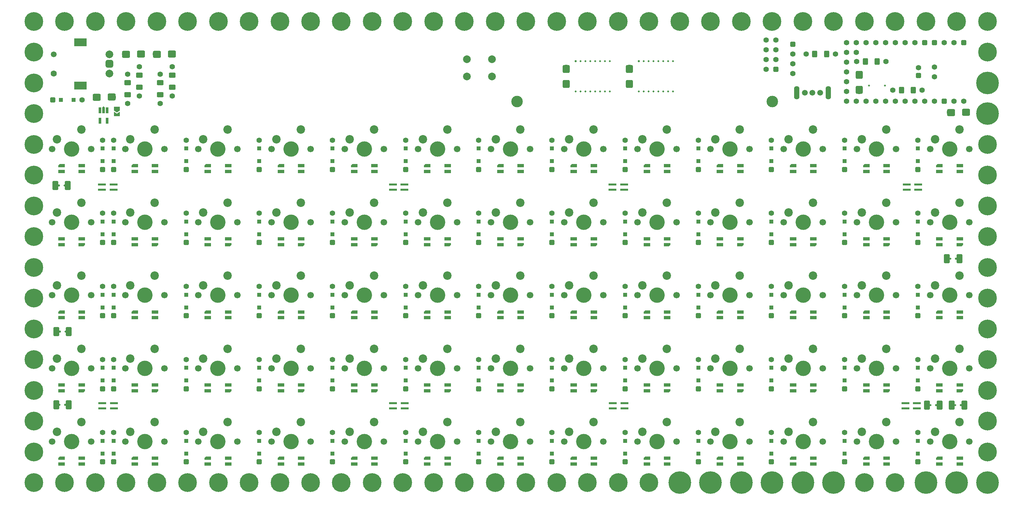
<source format=gbs>
G04 #@! TF.GenerationSoftware,KiCad,Pcbnew,9.0.2*
G04 #@! TF.CreationDate,2025-07-13T16:57:08+05:30*
G04 #@! TF.ProjectId,pcb,7063622e-6b69-4636-9164-5f7063625858,rev?*
G04 #@! TF.SameCoordinates,Original*
G04 #@! TF.FileFunction,Soldermask,Bot*
G04 #@! TF.FilePolarity,Negative*
%FSLAX46Y46*%
G04 Gerber Fmt 4.6, Leading zero omitted, Abs format (unit mm)*
G04 Created by KiCad (PCBNEW 9.0.2) date 2025-07-13 16:57:08*
%MOMM*%
%LPD*%
G01*
G04 APERTURE LIST*
G04 Aperture macros list*
%AMRoundRect*
0 Rectangle with rounded corners*
0 $1 Rounding radius*
0 $2 $3 $4 $5 $6 $7 $8 $9 X,Y pos of 4 corners*
0 Add a 4 corners polygon primitive as box body*
4,1,4,$2,$3,$4,$5,$6,$7,$8,$9,$2,$3,0*
0 Add four circle primitives for the rounded corners*
1,1,$1+$1,$2,$3*
1,1,$1+$1,$4,$5*
1,1,$1+$1,$6,$7*
1,1,$1+$1,$8,$9*
0 Add four rect primitives between the rounded corners*
20,1,$1+$1,$2,$3,$4,$5,0*
20,1,$1+$1,$4,$5,$6,$7,0*
20,1,$1+$1,$6,$7,$8,$9,0*
20,1,$1+$1,$8,$9,$2,$3,0*%
%AMOutline5P*
0 Free polygon, 5 corners , with rotation*
0 The origin of the aperture is its center*
0 number of corners: always 5*
0 $1 to $10 corner X, Y*
0 $11 Rotation angle, in degrees counterclockwise*
0 create outline with 5 corners*
4,1,5,$1,$2,$3,$4,$5,$6,$7,$8,$9,$10,$1,$2,$11*%
%AMOutline6P*
0 Free polygon, 6 corners , with rotation*
0 The origin of the aperture is its center*
0 number of corners: always 6*
0 $1 to $12 corner X, Y*
0 $13 Rotation angle, in degrees counterclockwise*
0 create outline with 6 corners*
4,1,6,$1,$2,$3,$4,$5,$6,$7,$8,$9,$10,$11,$12,$1,$2,$13*%
%AMOutline7P*
0 Free polygon, 7 corners , with rotation*
0 The origin of the aperture is its center*
0 number of corners: always 7*
0 $1 to $14 corner X, Y*
0 $15 Rotation angle, in degrees counterclockwise*
0 create outline with 7 corners*
4,1,7,$1,$2,$3,$4,$5,$6,$7,$8,$9,$10,$11,$12,$13,$14,$1,$2,$15*%
%AMOutline8P*
0 Free polygon, 8 corners , with rotation*
0 The origin of the aperture is its center*
0 number of corners: always 8*
0 $1 to $16 corner X, Y*
0 $17 Rotation angle, in degrees counterclockwise*
0 create outline with 8 corners*
4,1,8,$1,$2,$3,$4,$5,$6,$7,$8,$9,$10,$11,$12,$13,$14,$15,$16,$1,$2,$17*%
%AMFreePoly0*
4,1,6,1.000000,0.000000,0.500000,-0.750000,-0.500000,-0.750000,-0.500000,0.750000,0.500000,0.750000,1.000000,0.000000,1.000000,0.000000,$1*%
%AMFreePoly1*
4,1,6,0.500000,-0.750000,-0.650000,-0.750000,-0.150000,0.000000,-0.650000,0.750000,0.500000,0.750000,0.500000,-0.750000,0.500000,-0.750000,$1*%
G04 Aperture macros list end*
%ADD10C,1.700000*%
%ADD11C,4.000000*%
%ADD12C,2.200000*%
%ADD13R,3.200000X2.000000*%
%ADD14C,2.000000*%
%ADD15RoundRect,0.500000X0.500000X0.500000X-0.500000X0.500000X-0.500000X-0.500000X0.500000X-0.500000X0*%
%ADD16C,1.600000*%
%ADD17C,1.500000*%
%ADD18O,1.400000X3.500000*%
%ADD19C,0.500000*%
%ADD20RoundRect,0.125000X-0.125000X0.125000X-0.125000X-0.125000X0.125000X-0.125000X0.125000X0.125000X0*%
%ADD21C,4.875000*%
%ADD22C,5.875000*%
%ADD23C,1.397000*%
%ADD24RoundRect,0.349250X0.349250X-0.349250X0.349250X0.349250X-0.349250X0.349250X-0.349250X-0.349250X0*%
%ADD25RoundRect,0.349250X-0.349250X0.349250X-0.349250X-0.349250X0.349250X-0.349250X0.349250X0.349250X0*%
%ADD26C,3.000000*%
%ADD27RoundRect,0.349250X-0.349250X-0.349250X0.349250X-0.349250X0.349250X0.349250X-0.349250X0.349250X0*%
%ADD28RoundRect,0.347750X0.347750X-0.347750X0.347750X0.347750X-0.347750X0.347750X-0.347750X-0.347750X0*%
%ADD29RoundRect,0.250000X0.300000X-0.300000X0.300000X0.300000X-0.300000X0.300000X-0.300000X-0.300000X0*%
%ADD30C,1.391000*%
%ADD31RoundRect,0.347750X-0.347750X-0.347750X0.347750X-0.347750X0.347750X0.347750X-0.347750X0.347750X0*%
%ADD32RoundRect,0.250000X-0.300000X-0.300000X0.300000X-0.300000X0.300000X0.300000X-0.300000X0.300000X0*%
%ADD33R,1.670000X0.820000*%
%ADD34RoundRect,0.125000X-0.125000X-0.125000X0.125000X-0.125000X0.125000X0.125000X-0.125000X0.125000X0*%
%ADD35Outline5P,-0.835000X0.410000X0.835000X0.410000X0.835000X-0.082000X0.507000X-0.410000X-0.835000X-0.410000X0.000000*%
%ADD36RoundRect,0.250001X0.499999X0.924999X-0.499999X0.924999X-0.499999X-0.924999X0.499999X-0.924999X0*%
%ADD37RoundRect,0.125000X0.125000X0.125000X-0.125000X0.125000X-0.125000X-0.125000X0.125000X-0.125000X0*%
%ADD38RoundRect,0.250000X-0.250000X-0.250000X0.250000X-0.250000X0.250000X0.250000X-0.250000X0.250000X0*%
%ADD39RoundRect,0.339622X-0.710378X-0.560378X0.710378X-0.560378X0.710378X0.560378X-0.710378X0.560378X0*%
%ADD40C,1.000000*%
%ADD41Outline5P,-0.835000X0.410000X0.835000X0.410000X0.835000X-0.082000X0.507000X-0.410000X-0.835000X-0.410000X180.000000*%
%ADD42R,2.000000X0.600000*%
%ADD43R,0.650000X1.560000*%
%ADD44RoundRect,0.250001X-0.499999X-0.924999X0.499999X-0.924999X0.499999X0.924999X-0.499999X0.924999X0*%
%ADD45RoundRect,0.250000X0.625000X-0.400000X0.625000X0.400000X-0.625000X0.400000X-0.625000X-0.400000X0*%
%ADD46FreePoly0,270.000000*%
%ADD47FreePoly1,270.000000*%
%ADD48RoundRect,0.250000X-0.400000X-0.625000X0.400000X-0.625000X0.400000X0.625000X-0.400000X0.625000X0*%
%ADD49RoundRect,0.250000X-0.250000X0.250000X-0.250000X-0.250000X0.250000X-0.250000X0.250000X0.250000X0*%
%ADD50RoundRect,0.339622X-0.560378X0.710378X-0.560378X-0.710378X0.560378X-0.710378X0.560378X0.710378X0*%
%ADD51RoundRect,0.250000X0.250000X-0.250000X0.250000X0.250000X-0.250000X0.250000X-0.250000X-0.250000X0*%
%ADD52RoundRect,0.339622X0.560378X-0.710378X0.560378X0.710378X-0.560378X0.710378X-0.560378X-0.710378X0*%
%ADD53RoundRect,0.250000X0.250000X0.250000X-0.250000X0.250000X-0.250000X-0.250000X0.250000X-0.250000X0*%
%ADD54RoundRect,0.339622X0.710378X0.560378X-0.710378X0.560378X-0.710378X-0.560378X0.710378X-0.560378X0*%
G04 APERTURE END LIST*
D10*
X46045000Y-67080000D03*
D11*
X51125000Y-67080000D03*
D10*
X56205000Y-67080000D03*
D12*
X53665000Y-62000000D03*
X47315000Y-64540000D03*
D10*
X46045000Y-86105000D03*
D11*
X51125000Y-86105000D03*
D10*
X56205000Y-86105000D03*
D12*
X53665000Y-81025000D03*
X47315000Y-83565000D03*
D10*
X46045000Y-105130000D03*
D11*
X51125000Y-105130000D03*
D10*
X56205000Y-105130000D03*
D12*
X53665000Y-100050000D03*
X47315000Y-102590000D03*
D10*
X46045000Y-124155000D03*
D11*
X51125000Y-124155000D03*
D10*
X56205000Y-124155000D03*
D12*
X53665000Y-119075000D03*
X47315000Y-121615000D03*
D10*
X46045000Y-143180000D03*
D11*
X51125000Y-143180000D03*
D10*
X56205000Y-143180000D03*
D12*
X53665000Y-138100000D03*
X47315000Y-140640000D03*
D10*
X65070000Y-67080000D03*
D11*
X70150000Y-67080000D03*
D10*
X75230000Y-67080000D03*
D12*
X72690000Y-62000000D03*
X66340000Y-64540000D03*
D10*
X65070000Y-86105000D03*
D11*
X70150000Y-86105000D03*
D10*
X75230000Y-86105000D03*
D12*
X72690000Y-81025000D03*
X66340000Y-83565000D03*
D10*
X65070000Y-105130000D03*
D11*
X70150000Y-105130000D03*
D10*
X75230000Y-105130000D03*
D12*
X72690000Y-100050000D03*
X66340000Y-102590000D03*
D10*
X65070000Y-124155000D03*
D11*
X70150000Y-124155000D03*
D10*
X75230000Y-124155000D03*
D12*
X72690000Y-119075000D03*
X66340000Y-121615000D03*
D10*
X65070000Y-143180000D03*
D11*
X70150000Y-143180000D03*
D10*
X75230000Y-143180000D03*
D12*
X72690000Y-138100000D03*
X66340000Y-140640000D03*
D10*
X84095000Y-67080000D03*
D11*
X89175000Y-67080000D03*
D10*
X94255000Y-67080000D03*
D12*
X91715000Y-62000000D03*
X85365000Y-64540000D03*
D10*
X84095000Y-105130000D03*
D11*
X89175000Y-105130000D03*
D10*
X94255000Y-105130000D03*
D12*
X91715000Y-100050000D03*
X85365000Y-102590000D03*
D10*
X84095000Y-124155000D03*
D11*
X89175000Y-124155000D03*
D10*
X94255000Y-124155000D03*
D12*
X91715000Y-119075000D03*
X85365000Y-121615000D03*
D10*
X84095000Y-143180000D03*
D11*
X89175000Y-143180000D03*
D10*
X94255000Y-143180000D03*
D12*
X91715000Y-138100000D03*
X85365000Y-140640000D03*
D10*
X103120000Y-67080000D03*
D11*
X108200000Y-67080000D03*
D10*
X113280000Y-67080000D03*
D12*
X110740000Y-62000000D03*
X104390000Y-64540000D03*
D10*
X103120000Y-86105000D03*
D11*
X108200000Y-86105000D03*
D10*
X113280000Y-86105000D03*
D12*
X110740000Y-81025000D03*
X104390000Y-83565000D03*
D10*
X103120000Y-105130000D03*
D11*
X108200000Y-105130000D03*
D10*
X113280000Y-105130000D03*
D12*
X110740000Y-100050000D03*
X104390000Y-102590000D03*
D10*
X103120000Y-124155000D03*
D11*
X108200000Y-124155000D03*
D10*
X113280000Y-124155000D03*
D12*
X110740000Y-119075000D03*
X104390000Y-121615000D03*
D10*
X103120000Y-143180000D03*
D11*
X108200000Y-143180000D03*
D10*
X113280000Y-143180000D03*
D12*
X110740000Y-138100000D03*
X104390000Y-140640000D03*
D10*
X122145000Y-67080000D03*
D11*
X127225000Y-67080000D03*
D10*
X132305000Y-67080000D03*
D12*
X129765000Y-62000000D03*
X123415000Y-64540000D03*
D10*
X122145000Y-86105000D03*
D11*
X127225000Y-86105000D03*
D10*
X132305000Y-86105000D03*
D12*
X129765000Y-81025000D03*
X123415000Y-83565000D03*
D10*
X122145000Y-105130000D03*
D11*
X127225000Y-105130000D03*
D10*
X132305000Y-105130000D03*
D12*
X129765000Y-100050000D03*
X123415000Y-102590000D03*
D10*
X122145000Y-124155000D03*
D11*
X127225000Y-124155000D03*
D10*
X132305000Y-124155000D03*
D12*
X129765000Y-119075000D03*
X123415000Y-121615000D03*
D10*
X122145000Y-143180000D03*
D11*
X127225000Y-143180000D03*
D10*
X132305000Y-143180000D03*
D12*
X129765000Y-138100000D03*
X123415000Y-140640000D03*
D10*
X141170000Y-67080000D03*
D11*
X146250000Y-67080000D03*
D10*
X151330000Y-67080000D03*
D12*
X148790000Y-62000000D03*
X142440000Y-64540000D03*
D10*
X141170000Y-86105000D03*
D11*
X146250000Y-86105000D03*
D10*
X151330000Y-86105000D03*
D12*
X148790000Y-81025000D03*
X142440000Y-83565000D03*
D10*
X141170000Y-105130000D03*
D11*
X146250000Y-105130000D03*
D10*
X151330000Y-105130000D03*
D12*
X148790000Y-100050000D03*
X142440000Y-102590000D03*
D10*
X141170000Y-124155000D03*
D11*
X146250000Y-124155000D03*
D10*
X151330000Y-124155000D03*
D12*
X148790000Y-119075000D03*
X142440000Y-121615000D03*
D10*
X141170000Y-143180000D03*
D11*
X146250000Y-143180000D03*
D10*
X151330000Y-143180000D03*
D12*
X148790000Y-138100000D03*
X142440000Y-140640000D03*
D10*
X160195000Y-67080000D03*
D11*
X165275000Y-67080000D03*
D10*
X170355000Y-67080000D03*
D12*
X167815000Y-62000000D03*
X161465000Y-64540000D03*
D10*
X160195000Y-86105000D03*
D11*
X165275000Y-86105000D03*
D10*
X170355000Y-86105000D03*
D12*
X167815000Y-81025000D03*
X161465000Y-83565000D03*
D10*
X160195000Y-105130000D03*
D11*
X165275000Y-105130000D03*
D10*
X170355000Y-105130000D03*
D12*
X167815000Y-100050000D03*
X161465000Y-102590000D03*
D10*
X160195000Y-124155000D03*
D11*
X165275000Y-124155000D03*
D10*
X170355000Y-124155000D03*
D12*
X167815000Y-119075000D03*
X161465000Y-121615000D03*
D10*
X160195000Y-143180000D03*
D11*
X165275000Y-143180000D03*
D10*
X170355000Y-143180000D03*
D12*
X167815000Y-138100000D03*
X161465000Y-140640000D03*
D10*
X179220000Y-67080000D03*
D11*
X184300000Y-67080000D03*
D10*
X189380000Y-67080000D03*
D12*
X186840000Y-62000000D03*
X180490000Y-64540000D03*
D10*
X179220000Y-86105000D03*
D11*
X184300000Y-86105000D03*
D10*
X189380000Y-86105000D03*
D12*
X186840000Y-81025000D03*
X180490000Y-83565000D03*
D10*
X179220000Y-105130000D03*
D11*
X184300000Y-105130000D03*
D10*
X189380000Y-105130000D03*
D12*
X186840000Y-100050000D03*
X180490000Y-102590000D03*
D10*
X179220000Y-124155000D03*
D11*
X184300000Y-124155000D03*
D10*
X189380000Y-124155000D03*
D12*
X186840000Y-119075000D03*
X180490000Y-121615000D03*
D10*
X179220000Y-143180000D03*
D11*
X184300000Y-143180000D03*
D10*
X189380000Y-143180000D03*
D12*
X186840000Y-138100000D03*
X180490000Y-140640000D03*
D10*
X198245000Y-67080000D03*
D11*
X203325000Y-67080000D03*
D10*
X208405000Y-67080000D03*
D12*
X205865000Y-62000000D03*
X199515000Y-64540000D03*
D10*
X198245000Y-86105000D03*
D11*
X203325000Y-86105000D03*
D10*
X208405000Y-86105000D03*
D12*
X205865000Y-81025000D03*
X199515000Y-83565000D03*
D10*
X198245000Y-105130000D03*
D11*
X203325000Y-105130000D03*
D10*
X208405000Y-105130000D03*
D12*
X205865000Y-100050000D03*
X199515000Y-102590000D03*
D10*
X198245000Y-124155000D03*
D11*
X203325000Y-124155000D03*
D10*
X208405000Y-124155000D03*
D12*
X205865000Y-119075000D03*
X199515000Y-121615000D03*
D10*
X198245000Y-143180000D03*
D11*
X203325000Y-143180000D03*
D10*
X208405000Y-143180000D03*
D12*
X205865000Y-138100000D03*
X199515000Y-140640000D03*
D10*
X217270000Y-67080000D03*
D11*
X222350000Y-67080000D03*
D10*
X227430000Y-67080000D03*
D12*
X224890000Y-62000000D03*
X218540000Y-64540000D03*
D10*
X217270000Y-86105000D03*
D11*
X222350000Y-86105000D03*
D10*
X227430000Y-86105000D03*
D12*
X224890000Y-81025000D03*
X218540000Y-83565000D03*
D10*
X217270000Y-105130000D03*
D11*
X222350000Y-105130000D03*
D10*
X227430000Y-105130000D03*
D12*
X224890000Y-100050000D03*
X218540000Y-102590000D03*
D10*
X217270000Y-124155000D03*
D11*
X222350000Y-124155000D03*
D10*
X227430000Y-124155000D03*
D12*
X224890000Y-119075000D03*
X218540000Y-121615000D03*
D10*
X217270000Y-143180000D03*
D11*
X222350000Y-143180000D03*
D10*
X227430000Y-143180000D03*
D12*
X224890000Y-138100000D03*
X218540000Y-140640000D03*
D10*
X236295000Y-67080000D03*
D11*
X241375000Y-67080000D03*
D10*
X246455000Y-67080000D03*
D12*
X243915000Y-62000000D03*
X237565000Y-64540000D03*
D10*
X236295000Y-86105000D03*
D11*
X241375000Y-86105000D03*
D10*
X246455000Y-86105000D03*
D12*
X243915000Y-81025000D03*
X237565000Y-83565000D03*
D10*
X236295000Y-105130000D03*
D11*
X241375000Y-105130000D03*
D10*
X246455000Y-105130000D03*
D12*
X243915000Y-100050000D03*
X237565000Y-102590000D03*
D10*
X236295000Y-124155000D03*
D11*
X241375000Y-124155000D03*
D10*
X246455000Y-124155000D03*
D12*
X243915000Y-119075000D03*
X237565000Y-121615000D03*
D10*
X236295000Y-143180000D03*
D11*
X241375000Y-143180000D03*
D10*
X246455000Y-143180000D03*
D12*
X243915000Y-138100000D03*
X237565000Y-140640000D03*
D10*
X255320000Y-67080000D03*
D11*
X260400000Y-67080000D03*
D10*
X265480000Y-67080000D03*
D12*
X262940000Y-62000000D03*
X256590000Y-64540000D03*
D10*
X255320000Y-86105000D03*
D11*
X260400000Y-86105000D03*
D10*
X265480000Y-86105000D03*
D12*
X262940000Y-81025000D03*
X256590000Y-83565000D03*
D10*
X255320000Y-105130000D03*
D11*
X260400000Y-105130000D03*
D10*
X265480000Y-105130000D03*
D12*
X262940000Y-100050000D03*
X256590000Y-102590000D03*
D10*
X255320000Y-124155000D03*
D11*
X260400000Y-124155000D03*
D10*
X265480000Y-124155000D03*
D12*
X262940000Y-119075000D03*
X256590000Y-121615000D03*
D10*
X255320000Y-143180000D03*
D11*
X260400000Y-143180000D03*
D10*
X265480000Y-143180000D03*
D12*
X262940000Y-138100000D03*
X256590000Y-140640000D03*
D10*
X27020000Y-86105000D03*
D11*
X32100000Y-86105000D03*
D10*
X37180000Y-86105000D03*
D12*
X34640000Y-81025000D03*
X28290000Y-83565000D03*
D10*
X27020000Y-105130000D03*
D11*
X32100000Y-105130000D03*
D10*
X37180000Y-105130000D03*
D12*
X34640000Y-100050000D03*
X28290000Y-102590000D03*
D10*
X27020000Y-124155000D03*
D11*
X32100000Y-124155000D03*
D10*
X37180000Y-124155000D03*
D12*
X34640000Y-119075000D03*
X28290000Y-121615000D03*
D10*
X27020000Y-143180000D03*
D11*
X32100000Y-143180000D03*
D10*
X37180000Y-143180000D03*
D12*
X34640000Y-138100000D03*
X28290000Y-140640000D03*
D13*
X34410000Y-50542000D03*
X34410000Y-39342000D03*
D14*
X41910000Y-47442000D03*
X41910000Y-42442000D03*
D15*
X41910000Y-44942000D03*
D16*
X27410000Y-47442000D03*
D17*
X27410000Y-42442000D03*
D10*
X27020000Y-67080000D03*
D11*
X32100000Y-67080000D03*
D10*
X37180000Y-67080000D03*
D12*
X34640000Y-62000000D03*
X28290000Y-64540000D03*
D14*
X141360000Y-48180000D03*
X134860000Y-48180000D03*
X141360000Y-43680000D03*
X134860000Y-43680000D03*
D18*
X228852500Y-52450000D03*
X220652500Y-52450000D03*
D17*
X226752500Y-52450000D03*
X224752500Y-52450000D03*
X222752500Y-52450000D03*
D19*
X188508690Y-44265000D03*
X187228690Y-44265000D03*
X185968690Y-44265000D03*
X184698690Y-44265000D03*
X183418690Y-44265000D03*
X182148690Y-44265000D03*
X180888690Y-44265000D03*
D20*
X179608690Y-44265000D03*
D19*
X179608690Y-52065000D03*
X180888690Y-52065000D03*
X182148690Y-52065000D03*
X183418690Y-52065000D03*
X184698690Y-52065000D03*
X185968690Y-52065000D03*
X187228690Y-52065000D03*
X188508690Y-52065000D03*
D21*
X22240000Y-33890000D03*
X22240000Y-41890000D03*
X22240000Y-49890000D03*
X22240000Y-57890000D03*
X22240000Y-65890000D03*
X22240000Y-73890000D03*
X22240000Y-81890000D03*
X22240000Y-89890000D03*
X22240000Y-97890000D03*
X22240000Y-105890000D03*
X22240000Y-113890000D03*
X22240000Y-121890000D03*
X22240000Y-129890000D03*
X22240000Y-137890000D03*
X22240000Y-145890000D03*
X22240000Y-153890000D03*
X30240000Y-33890000D03*
X30240000Y-153890000D03*
X38240000Y-33890000D03*
X38240000Y-153890000D03*
X46240000Y-33890000D03*
X46240000Y-153890000D03*
X54240000Y-33890000D03*
X54240000Y-153890000D03*
X62240000Y-33890000D03*
X62240000Y-153890000D03*
X70240000Y-33890000D03*
X70240000Y-153890000D03*
X78240000Y-33890000D03*
X78240000Y-153890000D03*
X86240000Y-33890000D03*
X86240000Y-153890000D03*
X94240000Y-33890000D03*
X94240000Y-153890000D03*
X102240000Y-33890000D03*
X102240000Y-153890000D03*
X110240000Y-33890000D03*
X110240000Y-153890000D03*
X118240000Y-33890000D03*
X118240000Y-153890000D03*
X126240000Y-33890000D03*
X126240000Y-153890000D03*
X134240000Y-33890000D03*
X134240000Y-153890000D03*
X142240000Y-33890000D03*
X142240000Y-153890000D03*
X150240000Y-33890000D03*
X150240000Y-153890000D03*
X158240000Y-33890000D03*
X158240000Y-153890000D03*
X166240000Y-33890000D03*
X166240000Y-153890000D03*
X174240000Y-33890000D03*
X174240000Y-153890000D03*
X182240000Y-33890000D03*
X182240000Y-153890000D03*
X190240000Y-33890000D03*
D22*
X190240000Y-153890000D03*
D21*
X198240000Y-33890000D03*
D22*
X198240000Y-153890000D03*
D21*
X206240000Y-33890000D03*
D22*
X206240000Y-153890000D03*
D21*
X214240000Y-33890000D03*
D22*
X214240000Y-153890000D03*
D21*
X222240000Y-33890000D03*
D22*
X222240000Y-153890000D03*
D21*
X230240000Y-33890000D03*
D22*
X230240000Y-153890000D03*
D21*
X238240000Y-33890000D03*
X238240000Y-153890000D03*
X246240000Y-33890000D03*
X246240000Y-153890000D03*
X254240000Y-33890000D03*
D22*
X254240000Y-153890000D03*
D21*
X262240000Y-33890000D03*
D22*
X262240000Y-153890000D03*
D21*
X270240000Y-33890000D03*
X270240000Y-41890000D03*
D22*
X270240000Y-49890000D03*
X270240000Y-57890000D03*
D21*
X270240000Y-65890000D03*
X270240000Y-73890000D03*
X270240000Y-81890000D03*
X270240000Y-89890000D03*
X270240000Y-97890000D03*
X270240000Y-105890000D03*
X270240000Y-113890000D03*
X270240000Y-121890000D03*
X270240000Y-129890000D03*
X270240000Y-137890000D03*
X270240000Y-145890000D03*
D22*
X270240000Y-153890000D03*
D19*
X172045000Y-44265000D03*
X170765000Y-44265000D03*
X169505000Y-44265000D03*
X168235000Y-44265000D03*
X166955000Y-44265000D03*
X165685000Y-44265000D03*
X164425000Y-44265000D03*
D20*
X163145000Y-44265000D03*
D19*
X163145000Y-52065000D03*
X164425000Y-52065000D03*
X165685000Y-52065000D03*
X166955000Y-52065000D03*
X168235000Y-52065000D03*
X169505000Y-52065000D03*
X170765000Y-52065000D03*
X172045000Y-52065000D03*
D23*
X219630000Y-47410000D03*
X219630000Y-44870000D03*
X219630000Y-42330000D03*
D24*
X219630000Y-39790000D03*
D23*
X261510000Y-39360000D03*
X258970000Y-39360000D03*
D25*
X256430000Y-39360000D03*
X253890000Y-39360000D03*
D23*
X251350000Y-39360000D03*
X248810000Y-39360000D03*
X246270000Y-39360000D03*
X243730000Y-39360000D03*
X241190000Y-39360000D03*
X238650000Y-39360000D03*
X236110000Y-39360000D03*
X233570000Y-39360000D03*
X261510000Y-54600000D03*
D25*
X258970000Y-54600000D03*
D23*
X256430000Y-54600000D03*
X253890000Y-54600000D03*
X251350000Y-54600000D03*
X248810000Y-54600000D03*
X246270000Y-54600000D03*
X243730000Y-54600000D03*
X241190000Y-54600000D03*
X238650000Y-54600000D03*
X236110000Y-54600000D03*
X233570000Y-54600000D03*
X233570000Y-41900000D03*
X233570000Y-44440000D03*
X233570000Y-46980000D03*
X233570000Y-49520000D03*
X233570000Y-52060000D03*
X264050000Y-54600000D03*
D25*
X264050000Y-39360000D03*
D23*
X256430000Y-45710000D03*
X256430000Y-48250000D03*
X236110000Y-41900000D03*
D19*
X239437500Y-50610000D03*
X243557500Y-50610000D03*
D26*
X147920000Y-54740000D03*
X214320000Y-54740000D03*
D23*
X215190000Y-38730000D03*
X212650000Y-38730000D03*
X215190000Y-41270000D03*
X212650000Y-41270000D03*
X215190000Y-43810000D03*
X212650000Y-43810000D03*
D27*
X215190000Y-46350000D03*
D23*
X212650000Y-46350000D03*
D10*
X84095000Y-86105000D03*
D11*
X89175000Y-86105000D03*
D10*
X94255000Y-86105000D03*
D12*
X91715000Y-81025000D03*
X85365000Y-83565000D03*
D23*
X252320000Y-45920000D03*
D25*
X252320000Y-47920000D03*
D28*
X40160500Y-72390000D03*
D29*
X40160500Y-70230000D03*
X40160500Y-66930000D03*
D30*
X40160500Y-64770000D03*
D28*
X43035500Y-91415000D03*
D29*
X43035500Y-89255000D03*
X43035500Y-85955000D03*
D30*
X43035500Y-83795000D03*
D28*
X43035500Y-110440000D03*
D29*
X43035500Y-108280000D03*
X43035500Y-104980000D03*
D30*
X43035500Y-102820000D03*
D28*
X43035500Y-129465000D03*
D29*
X43035500Y-127305000D03*
X43035500Y-124005000D03*
D30*
X43035500Y-121845000D03*
D28*
X43035500Y-148490000D03*
D29*
X43035500Y-146330000D03*
X43035500Y-143030000D03*
D30*
X43035500Y-140870000D03*
D28*
X43035500Y-72390000D03*
D29*
X43035500Y-70230000D03*
X43035500Y-66930000D03*
D30*
X43035500Y-64770000D03*
D28*
X61860500Y-91415000D03*
D29*
X61860500Y-89255000D03*
X61860500Y-85955000D03*
D30*
X61860500Y-83795000D03*
D28*
X61860500Y-110440000D03*
D29*
X61860500Y-108280000D03*
X61860500Y-104980000D03*
D30*
X61860500Y-102820000D03*
D28*
X61860500Y-129465000D03*
D29*
X61860500Y-127305000D03*
X61860500Y-124005000D03*
D30*
X61860500Y-121845000D03*
D28*
X61860500Y-148490000D03*
D29*
X61860500Y-146330000D03*
X61860500Y-143030000D03*
D30*
X61860500Y-140870000D03*
D28*
X61860500Y-72390000D03*
D29*
X61860500Y-70230000D03*
X61860500Y-66930000D03*
D30*
X61860500Y-64770000D03*
D28*
X80885500Y-91415000D03*
D29*
X80885500Y-89255000D03*
X80885500Y-85955000D03*
D30*
X80885500Y-83795000D03*
D28*
X80885500Y-110440000D03*
D29*
X80885500Y-108280000D03*
X80885500Y-104980000D03*
D30*
X80885500Y-102820000D03*
D28*
X80885500Y-129465000D03*
D29*
X80885500Y-127305000D03*
X80885500Y-124005000D03*
D30*
X80885500Y-121845000D03*
D28*
X80885500Y-148490000D03*
D29*
X80885500Y-146330000D03*
X80885500Y-143030000D03*
D30*
X80885500Y-140870000D03*
D28*
X80885500Y-72390000D03*
D29*
X80885500Y-70230000D03*
X80885500Y-66930000D03*
D30*
X80885500Y-64770000D03*
D28*
X99910500Y-91415000D03*
D29*
X99910500Y-89255000D03*
X99910500Y-85955000D03*
D30*
X99910500Y-83795000D03*
D28*
X99910500Y-110440000D03*
D29*
X99910500Y-108280000D03*
X99910500Y-104980000D03*
D30*
X99910500Y-102820000D03*
D28*
X99910500Y-129465000D03*
D29*
X99910500Y-127305000D03*
X99910500Y-124005000D03*
D30*
X99910500Y-121845000D03*
D28*
X99910500Y-148490000D03*
D29*
X99910500Y-146330000D03*
X99910500Y-143030000D03*
D30*
X99910500Y-140870000D03*
D28*
X99910500Y-72390000D03*
D29*
X99910500Y-70230000D03*
X99910500Y-66930000D03*
D30*
X99910500Y-64770000D03*
D28*
X118935500Y-91415000D03*
D29*
X118935500Y-89255000D03*
X118935500Y-85955000D03*
D30*
X118935500Y-83795000D03*
D28*
X118935500Y-110440000D03*
D29*
X118935500Y-108280000D03*
X118935500Y-104980000D03*
D30*
X118935500Y-102820000D03*
D28*
X118935500Y-129465000D03*
D29*
X118935500Y-127305000D03*
X118935500Y-124005000D03*
D30*
X118935500Y-121845000D03*
D28*
X118935500Y-148490000D03*
D29*
X118935500Y-146330000D03*
X118935500Y-143030000D03*
D30*
X118935500Y-140870000D03*
D28*
X118935500Y-72390000D03*
D29*
X118935500Y-70230000D03*
X118935500Y-66930000D03*
D30*
X118935500Y-64770000D03*
D28*
X137960500Y-91415000D03*
D29*
X137960500Y-89255000D03*
X137960500Y-85955000D03*
D30*
X137960500Y-83795000D03*
D28*
X137960500Y-110440000D03*
D29*
X137960500Y-108280000D03*
X137960500Y-104980000D03*
D30*
X137960500Y-102820000D03*
D28*
X137960500Y-129465000D03*
D29*
X137960500Y-127305000D03*
X137960500Y-124005000D03*
D30*
X137960500Y-121845000D03*
D28*
X137960500Y-148490000D03*
D29*
X137960500Y-146330000D03*
X137960500Y-143030000D03*
D30*
X137960500Y-140870000D03*
D28*
X137960500Y-72390000D03*
D29*
X137960500Y-70230000D03*
X137960500Y-66930000D03*
D30*
X137960500Y-64770000D03*
D28*
X156985500Y-91415000D03*
D29*
X156985500Y-89255000D03*
X156985500Y-85955000D03*
D30*
X156985500Y-83795000D03*
D28*
X156985500Y-110440000D03*
D29*
X156985500Y-108280000D03*
X156985500Y-104980000D03*
D30*
X156985500Y-102820000D03*
D28*
X156985500Y-129465000D03*
D29*
X156985500Y-127305000D03*
X156985500Y-124005000D03*
D30*
X156985500Y-121845000D03*
D28*
X156985500Y-148490000D03*
D29*
X156985500Y-146330000D03*
X156985500Y-143030000D03*
D30*
X156985500Y-140870000D03*
D28*
X156985500Y-72390000D03*
D29*
X156985500Y-70230000D03*
X156985500Y-66930000D03*
D30*
X156985500Y-64770000D03*
D28*
X176010500Y-91415000D03*
D29*
X176010500Y-89255000D03*
X176010500Y-85955000D03*
D30*
X176010500Y-83795000D03*
D28*
X176010500Y-110440000D03*
D29*
X176010500Y-108280000D03*
X176010500Y-104980000D03*
D30*
X176010500Y-102820000D03*
D28*
X176010500Y-129465000D03*
D29*
X176010500Y-127305000D03*
X176010500Y-124005000D03*
D30*
X176010500Y-121845000D03*
D28*
X176010500Y-148490000D03*
D29*
X176010500Y-146330000D03*
X176010500Y-143030000D03*
D30*
X176010500Y-140870000D03*
D28*
X176010500Y-72390000D03*
D29*
X176010500Y-70230000D03*
X176010500Y-66930000D03*
D30*
X176010500Y-64770000D03*
D28*
X195035500Y-91415000D03*
D29*
X195035500Y-89255000D03*
X195035500Y-85955000D03*
D30*
X195035500Y-83795000D03*
D28*
X195035500Y-110440000D03*
D29*
X195035500Y-108280000D03*
X195035500Y-104980000D03*
D30*
X195035500Y-102820000D03*
D28*
X195035500Y-129465000D03*
D29*
X195035500Y-127305000D03*
X195035500Y-124005000D03*
D30*
X195035500Y-121845000D03*
D28*
X195035500Y-148490000D03*
D29*
X195035500Y-146330000D03*
X195035500Y-143030000D03*
D30*
X195035500Y-140870000D03*
D28*
X195035500Y-72390000D03*
D29*
X195035500Y-70230000D03*
X195035500Y-66930000D03*
D30*
X195035500Y-64770000D03*
D28*
X214060500Y-91415000D03*
D29*
X214060500Y-89255000D03*
X214060500Y-85955000D03*
D30*
X214060500Y-83795000D03*
D28*
X214060500Y-110440000D03*
D29*
X214060500Y-108280000D03*
X214060500Y-104980000D03*
D30*
X214060500Y-102820000D03*
D28*
X214060500Y-129465000D03*
D29*
X214060500Y-127305000D03*
X214060500Y-124005000D03*
D30*
X214060500Y-121845000D03*
D28*
X214060500Y-148490000D03*
D29*
X214060500Y-146330000D03*
X214060500Y-143030000D03*
D30*
X214060500Y-140870000D03*
D28*
X214060500Y-72390000D03*
D29*
X214060500Y-70230000D03*
X214060500Y-66930000D03*
D30*
X214060500Y-64770000D03*
D28*
X233085500Y-91415000D03*
D29*
X233085500Y-89255000D03*
X233085500Y-85955000D03*
D30*
X233085500Y-83795000D03*
D28*
X233085500Y-110440000D03*
D29*
X233085500Y-108280000D03*
X233085500Y-104980000D03*
D30*
X233085500Y-102820000D03*
D28*
X233085500Y-129465000D03*
D29*
X233085500Y-127305000D03*
X233085500Y-124005000D03*
D30*
X233085500Y-121845000D03*
D28*
X233085500Y-148490000D03*
D29*
X233085500Y-146330000D03*
X233085500Y-143030000D03*
D30*
X233085500Y-140870000D03*
D28*
X233085500Y-72390000D03*
D29*
X233085500Y-70230000D03*
X233085500Y-66930000D03*
D30*
X233085500Y-64770000D03*
D28*
X252110500Y-91415000D03*
D29*
X252110500Y-89255000D03*
X252110500Y-85955000D03*
D30*
X252110500Y-83795000D03*
D28*
X252110500Y-110440000D03*
D29*
X252110500Y-108280000D03*
X252110500Y-104980000D03*
D30*
X252110500Y-102820000D03*
D28*
X252110500Y-129465000D03*
D29*
X252110500Y-127305000D03*
X252110500Y-124005000D03*
D30*
X252110500Y-121845000D03*
D28*
X252110500Y-148490000D03*
D29*
X252110500Y-146330000D03*
X252110500Y-143030000D03*
D30*
X252110500Y-140870000D03*
D28*
X252110500Y-72390000D03*
D29*
X252110500Y-70230000D03*
X252110500Y-66930000D03*
D30*
X252110500Y-64770000D03*
D28*
X40160500Y-129465000D03*
D29*
X40160500Y-127305000D03*
X40160500Y-124005000D03*
D30*
X40160500Y-121845000D03*
D28*
X40160500Y-148490000D03*
D29*
X40160500Y-146330000D03*
X40160500Y-143030000D03*
D30*
X40160500Y-140870000D03*
D31*
X27150000Y-54260000D03*
D32*
X29310000Y-54260000D03*
X32610000Y-54260000D03*
D30*
X34770000Y-54260000D03*
D28*
X40160500Y-110440000D03*
D29*
X40160500Y-108280000D03*
X40160500Y-104980000D03*
D30*
X40160500Y-102820000D03*
D33*
X181665000Y-128485000D03*
D19*
X182150000Y-128485000D03*
D33*
X181665000Y-129985000D03*
D19*
X182150000Y-129985000D03*
D34*
X186450000Y-129985000D03*
D35*
X186935000Y-129985000D03*
D19*
X186450000Y-128485000D03*
D33*
X186935000Y-128485000D03*
D36*
X31095000Y-76560000D03*
D19*
X30190000Y-76560000D03*
D37*
X28750000Y-76560000D03*
D36*
X27845000Y-76560000D03*
D38*
X53690000Y-42390000D03*
D39*
X54240000Y-42415000D03*
X58140000Y-42365000D03*
D40*
X58690000Y-42390000D03*
D33*
X53760000Y-110960000D03*
D19*
X53275000Y-110960000D03*
D33*
X53760000Y-109460000D03*
D19*
X53275000Y-109460000D03*
D37*
X48975000Y-109460000D03*
D41*
X48490000Y-109460000D03*
D19*
X48975000Y-110960000D03*
D33*
X48490000Y-110960000D03*
X34735000Y-149010000D03*
D19*
X34250000Y-149010000D03*
D33*
X34735000Y-147510000D03*
D19*
X34250000Y-147510000D03*
D37*
X29950000Y-147510000D03*
D41*
X29465000Y-147510000D03*
D19*
X29950000Y-149010000D03*
D33*
X29465000Y-149010000D03*
X200690000Y-128485000D03*
D19*
X201175000Y-128485000D03*
D33*
X200690000Y-129985000D03*
D19*
X201175000Y-129985000D03*
D34*
X205475000Y-129985000D03*
D35*
X205960000Y-129985000D03*
D19*
X205475000Y-128485000D03*
D33*
X205960000Y-128485000D03*
X124590000Y-128485000D03*
D19*
X125075000Y-128485000D03*
D33*
X124590000Y-129985000D03*
D19*
X125075000Y-129985000D03*
D34*
X129375000Y-129985000D03*
D35*
X129860000Y-129985000D03*
D19*
X129375000Y-128485000D03*
D33*
X129860000Y-128485000D03*
X110835000Y-110960000D03*
D19*
X110350000Y-110960000D03*
D33*
X110835000Y-109460000D03*
D19*
X110350000Y-109460000D03*
D37*
X106050000Y-109460000D03*
D41*
X105565000Y-109460000D03*
D19*
X106050000Y-110960000D03*
D33*
X105565000Y-110960000D03*
X53760000Y-72910000D03*
D19*
X53275000Y-72910000D03*
D33*
X53760000Y-71410000D03*
D19*
X53275000Y-71410000D03*
D37*
X48975000Y-71410000D03*
D41*
X48490000Y-71410000D03*
D19*
X48975000Y-72910000D03*
D33*
X48490000Y-72910000D03*
D42*
X248930000Y-134550000D03*
D19*
X249630000Y-134550000D03*
D42*
X248930000Y-133250000D03*
D19*
X249630000Y-133250000D03*
X251230000Y-133250000D03*
D42*
X251930000Y-133250000D03*
X251930000Y-134550000D03*
D33*
X167910000Y-110960000D03*
D19*
X167425000Y-110960000D03*
D33*
X167910000Y-109460000D03*
D19*
X167425000Y-109460000D03*
D37*
X163125000Y-109460000D03*
D41*
X162640000Y-109460000D03*
D19*
X163125000Y-110960000D03*
D33*
X162640000Y-110960000D03*
D43*
X39450000Y-57040000D03*
D19*
X40400000Y-56260000D03*
D43*
X40400000Y-57040000D03*
X41350000Y-57040000D03*
X41350000Y-59740000D03*
X39450000Y-59740000D03*
D33*
X86540000Y-90435000D03*
D19*
X87025000Y-90435000D03*
D33*
X86540000Y-91935000D03*
D19*
X87025000Y-91935000D03*
D34*
X91325000Y-91935000D03*
D35*
X91810000Y-91935000D03*
D19*
X91325000Y-90435000D03*
D33*
X91810000Y-90435000D03*
D44*
X254525000Y-133730000D03*
D19*
X255430000Y-133730000D03*
D34*
X256870000Y-133730000D03*
D44*
X257775000Y-133730000D03*
D33*
X219715000Y-90435000D03*
D19*
X220200000Y-90435000D03*
D33*
X219715000Y-91935000D03*
D19*
X220200000Y-91935000D03*
D34*
X224500000Y-91935000D03*
D35*
X224985000Y-91935000D03*
D19*
X224500000Y-90435000D03*
D33*
X224985000Y-90435000D03*
D42*
X172830000Y-134550000D03*
D19*
X173530000Y-134550000D03*
D42*
X172830000Y-133250000D03*
D19*
X173530000Y-133250000D03*
X175130000Y-133250000D03*
D42*
X175830000Y-133250000D03*
X175830000Y-134550000D03*
D23*
X58260000Y-53250000D03*
D45*
X58260000Y-50990000D03*
X58260000Y-47890000D03*
D23*
X58260000Y-45630000D03*
D33*
X263034999Y-149010000D03*
D19*
X262549999Y-149010000D03*
D33*
X263034999Y-147510000D03*
D19*
X262549999Y-147510000D03*
D37*
X258249999Y-147510000D03*
D41*
X257764999Y-147510000D03*
D19*
X258249999Y-149010000D03*
D33*
X257764999Y-149010000D03*
X205960000Y-149010000D03*
D19*
X205475000Y-149010000D03*
D33*
X205960000Y-147510000D03*
D19*
X205475000Y-147510000D03*
D37*
X201175000Y-147510000D03*
D41*
X200690000Y-147510000D03*
D19*
X201175000Y-149010000D03*
D33*
X200690000Y-149010000D03*
X186935000Y-72910000D03*
D19*
X186450000Y-72910000D03*
D33*
X186935000Y-71410000D03*
D19*
X186450000Y-71410000D03*
D37*
X182150000Y-71410000D03*
D41*
X181665000Y-71410000D03*
D19*
X182150000Y-72910000D03*
D33*
X181665000Y-72910000D03*
D23*
X46660000Y-55190000D03*
D45*
X46660000Y-52930000D03*
X46660000Y-49830000D03*
D23*
X46660000Y-47570000D03*
D33*
X72785000Y-72910000D03*
D19*
X72300000Y-72910000D03*
D33*
X72785000Y-71410000D03*
D19*
X72300000Y-71410000D03*
D37*
X68000000Y-71410000D03*
D41*
X67515000Y-71410000D03*
D19*
X68000000Y-72910000D03*
D33*
X67515000Y-72910000D03*
X67515000Y-128485000D03*
D19*
X68000000Y-128485000D03*
D33*
X67515000Y-129985000D03*
D19*
X68000000Y-129985000D03*
D34*
X72300000Y-129985000D03*
D35*
X72785000Y-129985000D03*
D19*
X72300000Y-128485000D03*
D33*
X72785000Y-128485000D03*
X219715000Y-128485000D03*
D19*
X220200000Y-128485000D03*
D33*
X219715000Y-129985000D03*
D19*
X220200000Y-129985000D03*
D34*
X224500000Y-129985000D03*
D35*
X224985000Y-129985000D03*
D19*
X224500000Y-128485000D03*
D33*
X224985000Y-128485000D03*
X29465000Y-90435000D03*
D19*
X29950000Y-90435000D03*
D33*
X29465000Y-91935000D03*
D19*
X29950000Y-91935000D03*
D34*
X34250000Y-91935000D03*
D35*
X34735000Y-91935000D03*
D19*
X34250000Y-90435000D03*
D33*
X34735000Y-90435000D03*
X48490000Y-90435000D03*
D19*
X48975000Y-90435000D03*
D33*
X48490000Y-91935000D03*
D19*
X48975000Y-91935000D03*
D34*
X53275000Y-91935000D03*
D35*
X53760000Y-91935000D03*
D19*
X53275000Y-90435000D03*
D33*
X53760000Y-90435000D03*
X181665000Y-90435000D03*
D19*
X182150000Y-90435000D03*
D33*
X181665000Y-91935000D03*
D19*
X182150000Y-91935000D03*
D34*
X186450000Y-91935000D03*
D35*
X186935000Y-91935000D03*
D19*
X186450000Y-90435000D03*
D33*
X186935000Y-90435000D03*
X91810000Y-72910000D03*
D19*
X91325000Y-72910000D03*
D33*
X91810000Y-71410000D03*
D19*
X91325000Y-71410000D03*
D37*
X87025000Y-71410000D03*
D41*
X86540000Y-71410000D03*
D19*
X87025000Y-72910000D03*
D33*
X86540000Y-72910000D03*
D38*
X260200000Y-57540000D03*
D39*
X260750000Y-57565000D03*
X264650000Y-57515000D03*
D40*
X265200000Y-57540000D03*
D46*
X43900000Y-56560000D03*
D47*
X43900000Y-58010000D03*
D33*
X110835000Y-149010000D03*
D19*
X110350000Y-149010000D03*
D33*
X110835000Y-147510000D03*
D19*
X110350000Y-147510000D03*
D37*
X106050000Y-147510000D03*
D41*
X105565000Y-147510000D03*
D19*
X106050000Y-149010000D03*
D33*
X105565000Y-149010000D03*
X162640000Y-128485000D03*
D19*
X163125000Y-128485000D03*
D33*
X162640000Y-129985000D03*
D19*
X163125000Y-129985000D03*
D34*
X167425000Y-129985000D03*
D35*
X167910000Y-129985000D03*
D19*
X167425000Y-128485000D03*
D33*
X167910000Y-128485000D03*
D23*
X245620000Y-51800000D03*
D48*
X247880000Y-51800000D03*
X250980000Y-51800000D03*
D23*
X253240000Y-51800000D03*
D33*
X110835000Y-72910000D03*
D19*
X110350000Y-72910000D03*
D33*
X110835000Y-71410000D03*
D19*
X110350000Y-71410000D03*
D37*
X106050000Y-71410000D03*
D41*
X105565000Y-71410000D03*
D19*
X106050000Y-72910000D03*
D33*
X105565000Y-72910000D03*
D23*
X223070000Y-42340000D03*
D48*
X225330000Y-42340000D03*
X228430000Y-42340000D03*
D23*
X230690000Y-42340000D03*
D33*
X263034999Y-72910000D03*
D19*
X262549999Y-72910000D03*
D33*
X263034999Y-71410000D03*
D19*
X262549999Y-71410000D03*
D37*
X258249999Y-71410000D03*
D41*
X257764999Y-71410000D03*
D19*
X258249999Y-72910000D03*
D33*
X257764999Y-72910000D03*
X238739999Y-128485000D03*
D19*
X239224999Y-128485000D03*
D33*
X238739999Y-129985000D03*
D19*
X239224999Y-129985000D03*
D34*
X243524999Y-129985000D03*
D35*
X244009999Y-129985000D03*
D19*
X243524999Y-128485000D03*
D33*
X244009999Y-128485000D03*
X148885000Y-149010000D03*
D19*
X148400000Y-149010000D03*
D33*
X148885000Y-147510000D03*
D19*
X148400000Y-147510000D03*
D37*
X144100000Y-147510000D03*
D41*
X143615000Y-147510000D03*
D19*
X144100000Y-149010000D03*
D33*
X143615000Y-149010000D03*
X257764999Y-90435000D03*
D19*
X258249999Y-90435000D03*
D33*
X257764999Y-91935000D03*
D19*
X258249999Y-91935000D03*
D34*
X262549999Y-91935000D03*
D35*
X263034999Y-91935000D03*
D19*
X262549999Y-90435000D03*
D33*
X263034999Y-90435000D03*
X186935000Y-110960000D03*
D19*
X186450000Y-110960000D03*
D33*
X186935000Y-109460000D03*
D19*
X186450000Y-109460000D03*
D37*
X182150000Y-109460000D03*
D41*
X181665000Y-109460000D03*
D19*
X182150000Y-110960000D03*
D33*
X181665000Y-110960000D03*
X34735000Y-110960000D03*
D19*
X34250000Y-110960000D03*
D33*
X34735000Y-109460000D03*
D19*
X34250000Y-109460000D03*
D37*
X29950000Y-109460000D03*
D41*
X29465000Y-109460000D03*
D19*
X29950000Y-110960000D03*
D33*
X29465000Y-110960000D03*
D44*
X260985000Y-133730000D03*
D19*
X261890000Y-133730000D03*
D34*
X263330000Y-133730000D03*
D44*
X264235000Y-133730000D03*
D33*
X263034999Y-110960000D03*
D19*
X262549999Y-110960000D03*
D33*
X263034999Y-109460000D03*
D19*
X262549999Y-109460000D03*
D37*
X258249999Y-109460000D03*
D41*
X257764999Y-109460000D03*
D19*
X258249999Y-110960000D03*
D33*
X257764999Y-110960000D03*
X34735000Y-72910000D03*
D19*
X34250000Y-72910000D03*
D33*
X34735000Y-71410000D03*
D19*
X34250000Y-71410000D03*
D37*
X29950000Y-71410000D03*
D41*
X29465000Y-71410000D03*
D19*
X29950000Y-72910000D03*
D33*
X29465000Y-72910000D03*
X91810000Y-110960000D03*
D19*
X91325000Y-110960000D03*
D33*
X91810000Y-109460000D03*
D19*
X91325000Y-109460000D03*
D37*
X87025000Y-109460000D03*
D41*
X86540000Y-109460000D03*
D19*
X87025000Y-110960000D03*
D33*
X86540000Y-110960000D03*
X105565000Y-90435000D03*
D19*
X106050000Y-90435000D03*
D33*
X105565000Y-91935000D03*
D19*
X106050000Y-91935000D03*
D34*
X110350000Y-91935000D03*
D35*
X110835000Y-91935000D03*
D19*
X110350000Y-90435000D03*
D33*
X110835000Y-90435000D03*
X244009999Y-149010000D03*
D19*
X243524999Y-149010000D03*
D33*
X244009999Y-147510000D03*
D19*
X243524999Y-147510000D03*
D37*
X239224999Y-147510000D03*
D41*
X238739999Y-147510000D03*
D19*
X239224999Y-149010000D03*
D33*
X238739999Y-149010000D03*
X124590000Y-90435000D03*
D19*
X125075000Y-90435000D03*
D33*
X124590000Y-91935000D03*
D19*
X125075000Y-91935000D03*
D34*
X129375000Y-91935000D03*
D35*
X129860000Y-91935000D03*
D19*
X129375000Y-90435000D03*
D33*
X129860000Y-90435000D03*
D42*
X40090000Y-134550000D03*
D19*
X40790000Y-134550000D03*
D42*
X40090000Y-133250000D03*
D19*
X40790000Y-133250000D03*
X42390000Y-133250000D03*
D42*
X43090000Y-133250000D03*
X43090000Y-134550000D03*
D33*
X244009999Y-72910000D03*
D19*
X243524999Y-72910000D03*
D33*
X244009999Y-71410000D03*
D19*
X243524999Y-71410000D03*
D37*
X239224999Y-71410000D03*
D41*
X238739999Y-71410000D03*
D19*
X239224999Y-72910000D03*
D33*
X238739999Y-72910000D03*
X224985000Y-72910000D03*
D19*
X224500000Y-72910000D03*
D33*
X224985000Y-71410000D03*
D19*
X224500000Y-71410000D03*
D37*
X220200000Y-71410000D03*
D41*
X219715000Y-71410000D03*
D19*
X220200000Y-72910000D03*
D33*
X219715000Y-72910000D03*
D49*
X160698690Y-45665000D03*
D50*
X160673690Y-46215000D03*
X160723690Y-50115000D03*
D40*
X160698690Y-50665000D03*
D33*
X143615000Y-128485000D03*
D19*
X144100000Y-128485000D03*
D33*
X143615000Y-129985000D03*
D19*
X144100000Y-129985000D03*
D34*
X148400000Y-129985000D03*
D35*
X148885000Y-129985000D03*
D19*
X148400000Y-128485000D03*
D33*
X148885000Y-128485000D03*
X48490000Y-128485000D03*
D19*
X48975000Y-128485000D03*
D33*
X48490000Y-129985000D03*
D19*
X48975000Y-129985000D03*
D34*
X53275000Y-129985000D03*
D35*
X53760000Y-129985000D03*
D19*
X53275000Y-128485000D03*
D33*
X53760000Y-128485000D03*
X72785000Y-149010000D03*
D19*
X72300000Y-149010000D03*
D33*
X72785000Y-147510000D03*
D19*
X72300000Y-147510000D03*
D37*
X68000000Y-147510000D03*
D41*
X67515000Y-147510000D03*
D19*
X68000000Y-149010000D03*
D33*
X67515000Y-149010000D03*
D42*
X175760000Y-76350000D03*
D19*
X175060000Y-76350000D03*
D42*
X175760000Y-77650000D03*
D19*
X175060000Y-77650000D03*
X173460000Y-77650000D03*
D42*
X172760000Y-77650000D03*
X172760000Y-76350000D03*
X252260000Y-76350000D03*
D19*
X251560000Y-76350000D03*
D42*
X252260000Y-77650000D03*
D19*
X251560000Y-77650000D03*
X249960000Y-77650000D03*
D42*
X249260000Y-77650000D03*
X249260000Y-76350000D03*
D44*
X28095000Y-133650000D03*
D19*
X29000000Y-133650000D03*
D34*
X30440000Y-133650000D03*
D44*
X31345000Y-133650000D03*
D51*
X236910000Y-52240000D03*
D52*
X236935000Y-51690000D03*
X236885000Y-47790000D03*
D40*
X236910000Y-47240000D03*
D33*
X224985000Y-149010000D03*
D19*
X224500000Y-149010000D03*
D33*
X224985000Y-147510000D03*
D19*
X224500000Y-147510000D03*
D37*
X220200000Y-147510000D03*
D41*
X219715000Y-147510000D03*
D19*
X220200000Y-149010000D03*
D33*
X219715000Y-149010000D03*
X29465000Y-128485000D03*
D19*
X29950000Y-128485000D03*
D33*
X29465000Y-129985000D03*
D19*
X29950000Y-129985000D03*
D34*
X34250000Y-129985000D03*
D35*
X34735000Y-129985000D03*
D19*
X34250000Y-128485000D03*
D33*
X34735000Y-128485000D03*
D23*
X49710000Y-53250000D03*
D45*
X49710000Y-50990000D03*
X49710000Y-47890000D03*
D23*
X49710000Y-45630000D03*
D33*
X162640000Y-90435000D03*
D19*
X163125000Y-90435000D03*
D33*
X162640000Y-91935000D03*
D19*
X163125000Y-91935000D03*
D34*
X167425000Y-91935000D03*
D35*
X167910000Y-91935000D03*
D19*
X167425000Y-90435000D03*
D33*
X167910000Y-90435000D03*
X72785000Y-110960000D03*
D19*
X72300000Y-110960000D03*
D33*
X72785000Y-109460000D03*
D19*
X72300000Y-109460000D03*
D37*
X68000000Y-109460000D03*
D41*
X67515000Y-109460000D03*
D19*
X68000000Y-110960000D03*
D33*
X67515000Y-110960000D03*
X148885000Y-72910000D03*
D19*
X148400000Y-72910000D03*
D33*
X148885000Y-71410000D03*
D19*
X148400000Y-71410000D03*
D37*
X144100000Y-71410000D03*
D41*
X143615000Y-71410000D03*
D19*
X144100000Y-72910000D03*
D33*
X143615000Y-72910000D03*
X67515000Y-90435000D03*
D19*
X68000000Y-90435000D03*
D33*
X67515000Y-91935000D03*
D19*
X68000000Y-91935000D03*
D34*
X72300000Y-91935000D03*
D35*
X72785000Y-91935000D03*
D19*
X72300000Y-90435000D03*
D33*
X72785000Y-90435000D03*
D23*
X55150000Y-55190000D03*
D45*
X55150000Y-52930000D03*
X55150000Y-49830000D03*
D23*
X55150000Y-47570000D03*
X236210000Y-44300000D03*
D48*
X238470000Y-44300000D03*
X241570000Y-44300000D03*
D23*
X243830000Y-44300000D03*
D33*
X129860000Y-72910000D03*
D19*
X129375000Y-72910000D03*
D33*
X129860000Y-71410000D03*
D19*
X129375000Y-71410000D03*
D37*
X125075000Y-71410000D03*
D41*
X124590000Y-71410000D03*
D19*
X125075000Y-72910000D03*
D33*
X124590000Y-72910000D03*
X224985000Y-110960000D03*
D19*
X224500000Y-110960000D03*
D33*
X224985000Y-109460000D03*
D19*
X224500000Y-109460000D03*
D37*
X220200000Y-109460000D03*
D41*
X219715000Y-109460000D03*
D19*
X220200000Y-110960000D03*
D33*
X219715000Y-110960000D03*
X86540000Y-128485000D03*
D19*
X87025000Y-128485000D03*
D33*
X86540000Y-129985000D03*
D19*
X87025000Y-129985000D03*
D34*
X91325000Y-129985000D03*
D35*
X91810000Y-129985000D03*
D19*
X91325000Y-128485000D03*
D33*
X91810000Y-128485000D03*
D42*
X118647344Y-76350000D03*
D19*
X117947344Y-76350000D03*
D42*
X118647344Y-77650000D03*
D19*
X117947344Y-77650000D03*
X116347344Y-77650000D03*
D42*
X115647344Y-77650000D03*
X115647344Y-76350000D03*
D33*
X200690000Y-90435000D03*
D19*
X201175000Y-90435000D03*
D33*
X200690000Y-91935000D03*
D19*
X201175000Y-91935000D03*
D34*
X205475000Y-91935000D03*
D35*
X205960000Y-91935000D03*
D19*
X205475000Y-90435000D03*
D33*
X205960000Y-90435000D03*
D36*
X31365000Y-114620000D03*
D19*
X30460000Y-114620000D03*
D37*
X29020000Y-114620000D03*
D36*
X28115000Y-114620000D03*
D33*
X167910000Y-149010000D03*
D19*
X167425000Y-149010000D03*
D33*
X167910000Y-147510000D03*
D19*
X167425000Y-147510000D03*
D37*
X163125000Y-147510000D03*
D41*
X162640000Y-147510000D03*
D19*
X163125000Y-149010000D03*
D33*
X162640000Y-149010000D03*
X129860000Y-149010000D03*
D19*
X129375000Y-149010000D03*
D33*
X129860000Y-147510000D03*
D19*
X129375000Y-147510000D03*
D37*
X125075000Y-147510000D03*
D41*
X124590000Y-147510000D03*
D19*
X125075000Y-149010000D03*
D33*
X124590000Y-149010000D03*
D44*
X259720000Y-95580000D03*
D19*
X260625000Y-95580000D03*
D34*
X262065000Y-95580000D03*
D44*
X262970000Y-95580000D03*
D49*
X177138690Y-45665000D03*
D50*
X177113690Y-46215000D03*
X177163690Y-50115000D03*
D40*
X177138690Y-50665000D03*
D33*
X143615000Y-90435000D03*
D19*
X144100000Y-90435000D03*
D33*
X143615000Y-91935000D03*
D19*
X144100000Y-91935000D03*
D34*
X148400000Y-91935000D03*
D35*
X148885000Y-91935000D03*
D19*
X148400000Y-90435000D03*
D33*
X148885000Y-90435000D03*
D53*
X50650000Y-42390000D03*
D54*
X50100000Y-42365000D03*
X46200000Y-42415000D03*
D40*
X45650000Y-42390000D03*
D33*
X205960000Y-110960000D03*
D19*
X205475000Y-110960000D03*
D33*
X205960000Y-109460000D03*
D19*
X205475000Y-109460000D03*
D37*
X201175000Y-109460000D03*
D41*
X200690000Y-109460000D03*
D19*
X201175000Y-110960000D03*
D33*
X200690000Y-110960000D03*
X186935000Y-149010000D03*
D19*
X186450000Y-149010000D03*
D33*
X186935000Y-147510000D03*
D19*
X186450000Y-147510000D03*
D37*
X182150000Y-147510000D03*
D41*
X181665000Y-147510000D03*
D19*
X182150000Y-149010000D03*
D33*
X181665000Y-149010000D03*
X148885000Y-110960000D03*
D19*
X148400000Y-110960000D03*
D33*
X148885000Y-109460000D03*
D19*
X148400000Y-109460000D03*
D37*
X144100000Y-109460000D03*
D41*
X143615000Y-109460000D03*
D19*
X144100000Y-110960000D03*
D33*
X143615000Y-110960000D03*
D28*
X40160500Y-91415000D03*
D29*
X40160500Y-89255000D03*
X40160500Y-85955000D03*
D30*
X40160500Y-83795000D03*
D53*
X43070000Y-53580000D03*
D54*
X42520000Y-53555000D03*
X38620000Y-53605000D03*
D40*
X38070000Y-53580000D03*
D42*
X43010000Y-76350000D03*
D19*
X42310000Y-76350000D03*
D42*
X43010000Y-77650000D03*
D19*
X42310000Y-77650000D03*
X40710000Y-77650000D03*
D42*
X40010000Y-77650000D03*
X40010000Y-76350000D03*
D33*
X53760000Y-149010000D03*
D19*
X53275000Y-149010000D03*
D33*
X53760000Y-147510000D03*
D19*
X53275000Y-147510000D03*
D37*
X48975000Y-147510000D03*
D41*
X48490000Y-147510000D03*
D19*
X48975000Y-149010000D03*
D33*
X48490000Y-149010000D03*
X257764999Y-128485000D03*
D19*
X258249999Y-128485000D03*
D33*
X257764999Y-129985000D03*
D19*
X258249999Y-129985000D03*
D34*
X262549999Y-129985000D03*
D35*
X263034999Y-129985000D03*
D19*
X262549999Y-128485000D03*
D33*
X263034999Y-128485000D03*
X238739999Y-90435000D03*
D19*
X239224999Y-90435000D03*
D33*
X238739999Y-91935000D03*
D19*
X239224999Y-91935000D03*
D34*
X243524999Y-91935000D03*
D35*
X244009999Y-91935000D03*
D19*
X243524999Y-90435000D03*
D33*
X244009999Y-90435000D03*
D42*
X115670000Y-134550000D03*
D19*
X116370000Y-134550000D03*
D42*
X115670000Y-133250000D03*
D19*
X116370000Y-133250000D03*
X117970000Y-133250000D03*
D42*
X118670000Y-133250000D03*
X118670000Y-134550000D03*
D33*
X91810000Y-149010000D03*
D19*
X91325000Y-149010000D03*
D33*
X91810000Y-147510000D03*
D19*
X91325000Y-147510000D03*
D37*
X87025000Y-147510000D03*
D41*
X86540000Y-147510000D03*
D19*
X87025000Y-149010000D03*
D33*
X86540000Y-149010000D03*
X167910000Y-72910000D03*
D19*
X167425000Y-72910000D03*
D33*
X167910000Y-71410000D03*
D19*
X167425000Y-71410000D03*
D37*
X163125000Y-71410000D03*
D41*
X162640000Y-71410000D03*
D19*
X163125000Y-72910000D03*
D33*
X162640000Y-72910000D03*
X105565000Y-128485000D03*
D19*
X106050000Y-128485000D03*
D33*
X105565000Y-129985000D03*
D19*
X106050000Y-129985000D03*
D34*
X110350000Y-129985000D03*
D35*
X110835000Y-129985000D03*
D19*
X110350000Y-128485000D03*
D33*
X110835000Y-128485000D03*
X129860000Y-110960000D03*
D19*
X129375000Y-110960000D03*
D33*
X129860000Y-109460000D03*
D19*
X129375000Y-109460000D03*
D37*
X125075000Y-109460000D03*
D41*
X124590000Y-109460000D03*
D19*
X125075000Y-110960000D03*
D33*
X124590000Y-110960000D03*
X244009999Y-110960000D03*
D19*
X243524999Y-110960000D03*
D33*
X244009999Y-109460000D03*
D19*
X243524999Y-109460000D03*
D37*
X239224999Y-109460000D03*
D41*
X238739999Y-109460000D03*
D19*
X239224999Y-110960000D03*
D33*
X238739999Y-110960000D03*
X205960000Y-72910000D03*
D19*
X205475000Y-72910000D03*
D33*
X205960000Y-71410000D03*
D19*
X205475000Y-71410000D03*
D37*
X201175000Y-71410000D03*
D41*
X200690000Y-71410000D03*
D19*
X201175000Y-72910000D03*
D33*
X200690000Y-72910000D03*
M02*

</source>
